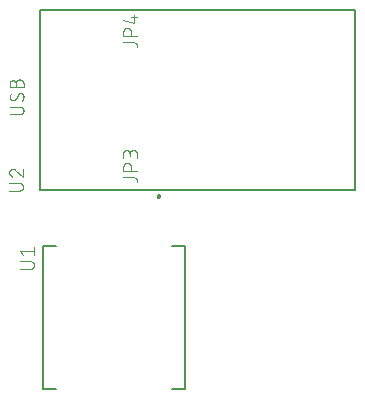
<source format=gbr>
G04 EAGLE Gerber RS-274X export*
G75*
%MOMM*%
%FSLAX34Y34*%
%LPD*%
%INSilkscreen Top*%
%IPPOS*%
%AMOC8*
5,1,8,0,0,1.08239X$1,22.5*%
G01*
%ADD10C,0.101600*%
%ADD11C,0.200000*%
%ADD12C,0.127000*%


D10*
X27808Y280508D02*
X36246Y280508D01*
X36359Y280510D01*
X36472Y280516D01*
X36585Y280526D01*
X36698Y280540D01*
X36810Y280557D01*
X36921Y280579D01*
X37031Y280604D01*
X37141Y280634D01*
X37249Y280667D01*
X37356Y280704D01*
X37462Y280744D01*
X37566Y280789D01*
X37669Y280837D01*
X37770Y280888D01*
X37869Y280943D01*
X37966Y281001D01*
X38061Y281063D01*
X38154Y281128D01*
X38244Y281196D01*
X38332Y281267D01*
X38418Y281342D01*
X38501Y281419D01*
X38581Y281499D01*
X38658Y281582D01*
X38733Y281668D01*
X38804Y281756D01*
X38872Y281846D01*
X38937Y281939D01*
X38999Y282034D01*
X39057Y282131D01*
X39112Y282230D01*
X39163Y282331D01*
X39211Y282434D01*
X39256Y282538D01*
X39296Y282644D01*
X39333Y282751D01*
X39366Y282859D01*
X39396Y282969D01*
X39421Y283079D01*
X39443Y283190D01*
X39460Y283302D01*
X39474Y283415D01*
X39484Y283528D01*
X39490Y283641D01*
X39492Y283754D01*
X39490Y283867D01*
X39484Y283980D01*
X39474Y284093D01*
X39460Y284206D01*
X39443Y284318D01*
X39421Y284429D01*
X39396Y284539D01*
X39366Y284649D01*
X39333Y284757D01*
X39296Y284864D01*
X39256Y284970D01*
X39211Y285074D01*
X39163Y285177D01*
X39112Y285278D01*
X39057Y285377D01*
X38999Y285474D01*
X38937Y285569D01*
X38872Y285662D01*
X38804Y285752D01*
X38733Y285840D01*
X38658Y285926D01*
X38581Y286009D01*
X38501Y286089D01*
X38418Y286166D01*
X38332Y286241D01*
X38244Y286312D01*
X38154Y286380D01*
X38061Y286445D01*
X37966Y286507D01*
X37869Y286565D01*
X37770Y286620D01*
X37669Y286671D01*
X37566Y286719D01*
X37462Y286764D01*
X37356Y286804D01*
X37249Y286841D01*
X37141Y286874D01*
X37031Y286904D01*
X36921Y286929D01*
X36810Y286951D01*
X36698Y286968D01*
X36585Y286982D01*
X36472Y286992D01*
X36359Y286998D01*
X36246Y287000D01*
X36246Y286999D02*
X27808Y286999D01*
X36896Y298429D02*
X36995Y298427D01*
X37095Y298421D01*
X37194Y298412D01*
X37292Y298399D01*
X37390Y298382D01*
X37488Y298361D01*
X37584Y298336D01*
X37679Y298308D01*
X37773Y298276D01*
X37866Y298241D01*
X37958Y298202D01*
X38048Y298159D01*
X38136Y298114D01*
X38223Y298064D01*
X38307Y298012D01*
X38390Y297956D01*
X38470Y297898D01*
X38548Y297836D01*
X38623Y297771D01*
X38696Y297703D01*
X38766Y297633D01*
X38834Y297560D01*
X38899Y297485D01*
X38961Y297407D01*
X39019Y297327D01*
X39075Y297244D01*
X39127Y297160D01*
X39177Y297073D01*
X39222Y296985D01*
X39265Y296895D01*
X39304Y296803D01*
X39339Y296710D01*
X39371Y296616D01*
X39399Y296521D01*
X39424Y296425D01*
X39445Y296327D01*
X39462Y296229D01*
X39475Y296131D01*
X39484Y296032D01*
X39490Y295932D01*
X39492Y295833D01*
X39490Y295689D01*
X39484Y295544D01*
X39475Y295400D01*
X39462Y295257D01*
X39445Y295113D01*
X39424Y294970D01*
X39399Y294828D01*
X39371Y294687D01*
X39339Y294546D01*
X39303Y294406D01*
X39264Y294267D01*
X39221Y294129D01*
X39174Y293993D01*
X39124Y293857D01*
X39070Y293723D01*
X39013Y293591D01*
X38952Y293460D01*
X38888Y293331D01*
X38820Y293203D01*
X38750Y293077D01*
X38675Y292953D01*
X38598Y292832D01*
X38517Y292712D01*
X38434Y292594D01*
X38347Y292479D01*
X38257Y292366D01*
X38164Y292255D01*
X38069Y292147D01*
X37970Y292041D01*
X37869Y291938D01*
X30404Y292263D02*
X30305Y292265D01*
X30205Y292271D01*
X30106Y292280D01*
X30008Y292293D01*
X29910Y292310D01*
X29812Y292331D01*
X29716Y292356D01*
X29621Y292384D01*
X29527Y292416D01*
X29434Y292451D01*
X29342Y292490D01*
X29252Y292533D01*
X29164Y292578D01*
X29077Y292628D01*
X28993Y292680D01*
X28910Y292736D01*
X28830Y292794D01*
X28752Y292856D01*
X28677Y292921D01*
X28604Y292989D01*
X28534Y293059D01*
X28466Y293132D01*
X28401Y293207D01*
X28339Y293285D01*
X28281Y293365D01*
X28225Y293448D01*
X28173Y293532D01*
X28123Y293619D01*
X28078Y293707D01*
X28035Y293797D01*
X27996Y293889D01*
X27961Y293982D01*
X27929Y294076D01*
X27901Y294171D01*
X27876Y294267D01*
X27855Y294365D01*
X27838Y294463D01*
X27825Y294561D01*
X27816Y294660D01*
X27810Y294760D01*
X27808Y294859D01*
X27810Y294995D01*
X27816Y295131D01*
X27825Y295267D01*
X27838Y295403D01*
X27856Y295538D01*
X27876Y295672D01*
X27901Y295806D01*
X27929Y295940D01*
X27962Y296072D01*
X27997Y296203D01*
X28037Y296334D01*
X28080Y296463D01*
X28126Y296591D01*
X28177Y296717D01*
X28230Y296843D01*
X28288Y296966D01*
X28348Y297088D01*
X28412Y297208D01*
X28480Y297327D01*
X28550Y297443D01*
X28624Y297557D01*
X28701Y297670D01*
X28782Y297780D01*
X32676Y293560D02*
X32623Y293474D01*
X32566Y293390D01*
X32507Y293308D01*
X32444Y293228D01*
X32378Y293151D01*
X32310Y293076D01*
X32238Y293004D01*
X32164Y292935D01*
X32087Y292869D01*
X32008Y292806D01*
X31926Y292746D01*
X31842Y292689D01*
X31756Y292635D01*
X31668Y292585D01*
X31578Y292538D01*
X31487Y292494D01*
X31393Y292455D01*
X31299Y292418D01*
X31203Y292386D01*
X31105Y292357D01*
X31007Y292332D01*
X30908Y292311D01*
X30808Y292293D01*
X30708Y292280D01*
X30607Y292270D01*
X30505Y292264D01*
X30404Y292262D01*
X34624Y297131D02*
X34677Y297217D01*
X34734Y297301D01*
X34793Y297383D01*
X34856Y297463D01*
X34922Y297540D01*
X34990Y297615D01*
X35062Y297687D01*
X35136Y297756D01*
X35213Y297822D01*
X35292Y297885D01*
X35374Y297945D01*
X35458Y298002D01*
X35544Y298056D01*
X35632Y298106D01*
X35722Y298153D01*
X35813Y298197D01*
X35907Y298236D01*
X36001Y298273D01*
X36097Y298305D01*
X36195Y298334D01*
X36293Y298359D01*
X36392Y298380D01*
X36492Y298398D01*
X36592Y298411D01*
X36693Y298421D01*
X36795Y298427D01*
X36896Y298429D01*
X34624Y297131D02*
X32676Y293561D01*
X33001Y303537D02*
X33001Y306783D01*
X33000Y306783D02*
X33002Y306896D01*
X33008Y307009D01*
X33018Y307122D01*
X33032Y307235D01*
X33049Y307347D01*
X33071Y307458D01*
X33096Y307568D01*
X33126Y307678D01*
X33159Y307786D01*
X33196Y307893D01*
X33236Y307999D01*
X33281Y308103D01*
X33329Y308206D01*
X33380Y308307D01*
X33435Y308406D01*
X33493Y308503D01*
X33555Y308598D01*
X33620Y308691D01*
X33688Y308781D01*
X33759Y308869D01*
X33834Y308955D01*
X33911Y309038D01*
X33991Y309118D01*
X34074Y309195D01*
X34160Y309270D01*
X34248Y309341D01*
X34338Y309409D01*
X34431Y309474D01*
X34526Y309536D01*
X34623Y309594D01*
X34722Y309649D01*
X34823Y309700D01*
X34926Y309748D01*
X35030Y309793D01*
X35136Y309833D01*
X35243Y309870D01*
X35351Y309903D01*
X35461Y309933D01*
X35571Y309958D01*
X35682Y309980D01*
X35794Y309997D01*
X35907Y310011D01*
X36020Y310021D01*
X36133Y310027D01*
X36246Y310029D01*
X36359Y310027D01*
X36472Y310021D01*
X36585Y310011D01*
X36698Y309997D01*
X36810Y309980D01*
X36921Y309958D01*
X37031Y309933D01*
X37141Y309903D01*
X37249Y309870D01*
X37356Y309833D01*
X37462Y309793D01*
X37566Y309748D01*
X37669Y309700D01*
X37770Y309649D01*
X37869Y309594D01*
X37966Y309536D01*
X38061Y309474D01*
X38154Y309409D01*
X38244Y309341D01*
X38332Y309270D01*
X38418Y309195D01*
X38501Y309118D01*
X38581Y309038D01*
X38658Y308955D01*
X38733Y308869D01*
X38804Y308781D01*
X38872Y308691D01*
X38937Y308598D01*
X38999Y308503D01*
X39057Y308406D01*
X39112Y308307D01*
X39163Y308206D01*
X39211Y308103D01*
X39256Y307999D01*
X39296Y307893D01*
X39333Y307786D01*
X39366Y307678D01*
X39396Y307568D01*
X39421Y307458D01*
X39443Y307347D01*
X39460Y307235D01*
X39474Y307122D01*
X39484Y307009D01*
X39490Y306896D01*
X39492Y306783D01*
X39492Y303537D01*
X27808Y303537D01*
X27808Y306783D01*
X27810Y306884D01*
X27816Y306984D01*
X27826Y307084D01*
X27839Y307184D01*
X27857Y307283D01*
X27878Y307382D01*
X27903Y307479D01*
X27932Y307576D01*
X27965Y307671D01*
X28001Y307765D01*
X28041Y307857D01*
X28084Y307948D01*
X28131Y308037D01*
X28181Y308124D01*
X28235Y308210D01*
X28292Y308293D01*
X28352Y308373D01*
X28415Y308452D01*
X28482Y308528D01*
X28551Y308601D01*
X28623Y308671D01*
X28697Y308739D01*
X28774Y308804D01*
X28854Y308865D01*
X28936Y308924D01*
X29020Y308979D01*
X29106Y309031D01*
X29194Y309080D01*
X29284Y309125D01*
X29376Y309167D01*
X29469Y309205D01*
X29564Y309239D01*
X29659Y309270D01*
X29756Y309297D01*
X29854Y309320D01*
X29953Y309340D01*
X30053Y309355D01*
X30153Y309367D01*
X30253Y309375D01*
X30354Y309379D01*
X30454Y309379D01*
X30555Y309375D01*
X30655Y309367D01*
X30755Y309355D01*
X30855Y309340D01*
X30954Y309320D01*
X31052Y309297D01*
X31149Y309270D01*
X31244Y309239D01*
X31339Y309205D01*
X31432Y309167D01*
X31524Y309125D01*
X31614Y309080D01*
X31702Y309031D01*
X31788Y308979D01*
X31872Y308924D01*
X31954Y308865D01*
X32034Y308804D01*
X32111Y308739D01*
X32185Y308671D01*
X32257Y308601D01*
X32326Y308528D01*
X32393Y308452D01*
X32456Y308373D01*
X32516Y308293D01*
X32573Y308210D01*
X32627Y308124D01*
X32677Y308037D01*
X32724Y307948D01*
X32767Y307857D01*
X32807Y307765D01*
X32843Y307671D01*
X32876Y307576D01*
X32905Y307479D01*
X32930Y307382D01*
X32951Y307283D01*
X32969Y307184D01*
X32982Y307084D01*
X32992Y306984D01*
X32998Y306884D01*
X33000Y306783D01*
D11*
X153100Y211000D02*
X153102Y211063D01*
X153108Y211125D01*
X153118Y211187D01*
X153131Y211249D01*
X153149Y211309D01*
X153170Y211368D01*
X153195Y211426D01*
X153224Y211482D01*
X153256Y211536D01*
X153291Y211588D01*
X153329Y211637D01*
X153371Y211685D01*
X153415Y211729D01*
X153463Y211771D01*
X153512Y211809D01*
X153564Y211844D01*
X153618Y211876D01*
X153674Y211905D01*
X153732Y211930D01*
X153791Y211951D01*
X153851Y211969D01*
X153913Y211982D01*
X153975Y211992D01*
X154037Y211998D01*
X154100Y212000D01*
X154163Y211998D01*
X154225Y211992D01*
X154287Y211982D01*
X154349Y211969D01*
X154409Y211951D01*
X154468Y211930D01*
X154526Y211905D01*
X154582Y211876D01*
X154636Y211844D01*
X154688Y211809D01*
X154737Y211771D01*
X154785Y211729D01*
X154829Y211685D01*
X154871Y211637D01*
X154909Y211588D01*
X154944Y211536D01*
X154976Y211482D01*
X155005Y211426D01*
X155030Y211368D01*
X155051Y211309D01*
X155069Y211249D01*
X155082Y211187D01*
X155092Y211125D01*
X155098Y211063D01*
X155100Y211000D01*
X155098Y210937D01*
X155092Y210875D01*
X155082Y210813D01*
X155069Y210751D01*
X155051Y210691D01*
X155030Y210632D01*
X155005Y210574D01*
X154976Y210518D01*
X154944Y210464D01*
X154909Y210412D01*
X154871Y210363D01*
X154829Y210315D01*
X154785Y210271D01*
X154737Y210229D01*
X154688Y210191D01*
X154636Y210156D01*
X154582Y210124D01*
X154526Y210095D01*
X154468Y210070D01*
X154409Y210049D01*
X154349Y210031D01*
X154287Y210018D01*
X154225Y210008D01*
X154163Y210002D01*
X154100Y210000D01*
X154037Y210002D01*
X153975Y210008D01*
X153913Y210018D01*
X153851Y210031D01*
X153791Y210049D01*
X153732Y210070D01*
X153674Y210095D01*
X153618Y210124D01*
X153564Y210156D01*
X153512Y210191D01*
X153463Y210229D01*
X153415Y210271D01*
X153371Y210315D01*
X153329Y210363D01*
X153291Y210412D01*
X153256Y210464D01*
X153224Y210518D01*
X153195Y210574D01*
X153170Y210632D01*
X153149Y210691D01*
X153131Y210751D01*
X153118Y210813D01*
X153108Y210875D01*
X153102Y210937D01*
X153100Y211000D01*
D12*
X164900Y168800D02*
X176325Y168825D01*
X176325Y48175D01*
X164900Y48200D01*
X67100Y168800D02*
X55675Y168825D01*
X55675Y48175D01*
X67100Y48200D01*
D10*
X44946Y149690D02*
X36508Y149690D01*
X44946Y149689D02*
X45059Y149691D01*
X45172Y149697D01*
X45285Y149707D01*
X45398Y149721D01*
X45510Y149738D01*
X45621Y149760D01*
X45731Y149785D01*
X45841Y149815D01*
X45949Y149848D01*
X46056Y149885D01*
X46162Y149925D01*
X46266Y149970D01*
X46369Y150018D01*
X46470Y150069D01*
X46569Y150124D01*
X46666Y150182D01*
X46761Y150244D01*
X46854Y150309D01*
X46944Y150377D01*
X47032Y150448D01*
X47118Y150523D01*
X47201Y150600D01*
X47281Y150680D01*
X47358Y150763D01*
X47433Y150849D01*
X47504Y150937D01*
X47572Y151027D01*
X47637Y151120D01*
X47699Y151215D01*
X47757Y151312D01*
X47812Y151411D01*
X47863Y151512D01*
X47911Y151615D01*
X47956Y151719D01*
X47996Y151825D01*
X48033Y151932D01*
X48066Y152040D01*
X48096Y152150D01*
X48121Y152260D01*
X48143Y152371D01*
X48160Y152483D01*
X48174Y152596D01*
X48184Y152709D01*
X48190Y152822D01*
X48192Y152935D01*
X48190Y153048D01*
X48184Y153161D01*
X48174Y153274D01*
X48160Y153387D01*
X48143Y153499D01*
X48121Y153610D01*
X48096Y153720D01*
X48066Y153830D01*
X48033Y153938D01*
X47996Y154045D01*
X47956Y154151D01*
X47911Y154255D01*
X47863Y154358D01*
X47812Y154459D01*
X47757Y154558D01*
X47699Y154655D01*
X47637Y154750D01*
X47572Y154843D01*
X47504Y154933D01*
X47433Y155021D01*
X47358Y155107D01*
X47281Y155190D01*
X47201Y155270D01*
X47118Y155347D01*
X47032Y155422D01*
X46944Y155493D01*
X46854Y155561D01*
X46761Y155626D01*
X46666Y155688D01*
X46569Y155746D01*
X46470Y155801D01*
X46369Y155852D01*
X46266Y155900D01*
X46162Y155945D01*
X46056Y155985D01*
X45949Y156022D01*
X45841Y156055D01*
X45731Y156085D01*
X45621Y156110D01*
X45510Y156132D01*
X45398Y156149D01*
X45285Y156163D01*
X45172Y156173D01*
X45059Y156179D01*
X44946Y156181D01*
X36508Y156181D01*
X39104Y161501D02*
X36508Y164746D01*
X48192Y164746D01*
X48192Y161501D02*
X48192Y167992D01*
D12*
X53650Y216300D02*
X320350Y216300D01*
X53650Y216300D02*
X53650Y368700D01*
X320350Y368700D01*
X320350Y216300D01*
D10*
X133096Y227053D02*
X124008Y227053D01*
X133096Y227052D02*
X133195Y227050D01*
X133295Y227044D01*
X133394Y227035D01*
X133492Y227022D01*
X133590Y227005D01*
X133688Y226984D01*
X133784Y226959D01*
X133879Y226931D01*
X133973Y226899D01*
X134066Y226864D01*
X134158Y226825D01*
X134248Y226782D01*
X134336Y226737D01*
X134423Y226687D01*
X134507Y226635D01*
X134590Y226579D01*
X134670Y226521D01*
X134748Y226459D01*
X134823Y226394D01*
X134896Y226326D01*
X134966Y226256D01*
X135034Y226183D01*
X135099Y226108D01*
X135161Y226030D01*
X135219Y225950D01*
X135275Y225867D01*
X135327Y225783D01*
X135377Y225696D01*
X135422Y225608D01*
X135465Y225518D01*
X135504Y225426D01*
X135539Y225333D01*
X135571Y225239D01*
X135599Y225144D01*
X135624Y225048D01*
X135645Y224950D01*
X135662Y224852D01*
X135675Y224754D01*
X135684Y224655D01*
X135690Y224555D01*
X135692Y224456D01*
X135692Y223158D01*
X135692Y232876D02*
X124008Y232876D01*
X124008Y236122D01*
X124010Y236235D01*
X124016Y236348D01*
X124026Y236461D01*
X124040Y236574D01*
X124057Y236686D01*
X124079Y236797D01*
X124104Y236907D01*
X124134Y237017D01*
X124167Y237125D01*
X124204Y237232D01*
X124244Y237338D01*
X124289Y237442D01*
X124337Y237545D01*
X124388Y237646D01*
X124443Y237745D01*
X124501Y237842D01*
X124563Y237937D01*
X124628Y238030D01*
X124696Y238120D01*
X124767Y238208D01*
X124842Y238294D01*
X124919Y238377D01*
X124999Y238457D01*
X125082Y238534D01*
X125168Y238609D01*
X125256Y238680D01*
X125346Y238748D01*
X125439Y238813D01*
X125534Y238875D01*
X125631Y238933D01*
X125730Y238988D01*
X125831Y239039D01*
X125934Y239087D01*
X126038Y239132D01*
X126144Y239172D01*
X126251Y239209D01*
X126359Y239242D01*
X126469Y239272D01*
X126579Y239297D01*
X126690Y239319D01*
X126802Y239336D01*
X126915Y239350D01*
X127028Y239360D01*
X127141Y239366D01*
X127254Y239368D01*
X127367Y239366D01*
X127480Y239360D01*
X127593Y239350D01*
X127706Y239336D01*
X127818Y239319D01*
X127929Y239297D01*
X128039Y239272D01*
X128149Y239242D01*
X128257Y239209D01*
X128364Y239172D01*
X128470Y239132D01*
X128574Y239087D01*
X128677Y239039D01*
X128778Y238988D01*
X128877Y238933D01*
X128974Y238875D01*
X129069Y238813D01*
X129162Y238748D01*
X129252Y238680D01*
X129340Y238609D01*
X129426Y238534D01*
X129509Y238457D01*
X129589Y238377D01*
X129666Y238294D01*
X129741Y238208D01*
X129812Y238120D01*
X129880Y238030D01*
X129945Y237937D01*
X130007Y237842D01*
X130065Y237745D01*
X130120Y237646D01*
X130171Y237545D01*
X130219Y237442D01*
X130264Y237338D01*
X130304Y237232D01*
X130341Y237125D01*
X130374Y237017D01*
X130404Y236907D01*
X130429Y236797D01*
X130451Y236686D01*
X130468Y236574D01*
X130482Y236461D01*
X130492Y236348D01*
X130498Y236235D01*
X130500Y236122D01*
X130499Y236122D02*
X130499Y232876D01*
X135692Y243756D02*
X135692Y247002D01*
X135690Y247115D01*
X135684Y247228D01*
X135674Y247341D01*
X135660Y247454D01*
X135643Y247566D01*
X135621Y247677D01*
X135596Y247787D01*
X135566Y247897D01*
X135533Y248005D01*
X135496Y248112D01*
X135456Y248218D01*
X135411Y248322D01*
X135363Y248425D01*
X135312Y248526D01*
X135257Y248625D01*
X135199Y248722D01*
X135137Y248817D01*
X135072Y248910D01*
X135004Y249000D01*
X134933Y249088D01*
X134858Y249174D01*
X134781Y249257D01*
X134701Y249337D01*
X134618Y249414D01*
X134532Y249489D01*
X134444Y249560D01*
X134354Y249628D01*
X134261Y249693D01*
X134166Y249755D01*
X134069Y249813D01*
X133970Y249868D01*
X133869Y249919D01*
X133766Y249967D01*
X133662Y250012D01*
X133556Y250052D01*
X133449Y250089D01*
X133341Y250122D01*
X133231Y250152D01*
X133121Y250177D01*
X133010Y250199D01*
X132898Y250216D01*
X132785Y250230D01*
X132672Y250240D01*
X132559Y250246D01*
X132446Y250248D01*
X132333Y250246D01*
X132220Y250240D01*
X132107Y250230D01*
X131994Y250216D01*
X131882Y250199D01*
X131771Y250177D01*
X131661Y250152D01*
X131551Y250122D01*
X131443Y250089D01*
X131336Y250052D01*
X131230Y250012D01*
X131126Y249967D01*
X131023Y249919D01*
X130922Y249868D01*
X130823Y249813D01*
X130726Y249755D01*
X130631Y249693D01*
X130538Y249628D01*
X130448Y249560D01*
X130360Y249489D01*
X130274Y249414D01*
X130191Y249337D01*
X130111Y249257D01*
X130034Y249174D01*
X129959Y249088D01*
X129888Y249000D01*
X129820Y248910D01*
X129755Y248817D01*
X129693Y248722D01*
X129635Y248625D01*
X129580Y248526D01*
X129529Y248425D01*
X129481Y248322D01*
X129436Y248218D01*
X129396Y248112D01*
X129359Y248005D01*
X129326Y247897D01*
X129296Y247787D01*
X129271Y247677D01*
X129249Y247566D01*
X129232Y247454D01*
X129218Y247341D01*
X129208Y247228D01*
X129202Y247115D01*
X129200Y247002D01*
X124008Y247651D02*
X124008Y243756D01*
X124008Y247651D02*
X124010Y247752D01*
X124016Y247852D01*
X124026Y247952D01*
X124039Y248052D01*
X124057Y248151D01*
X124078Y248250D01*
X124103Y248347D01*
X124132Y248444D01*
X124165Y248539D01*
X124201Y248633D01*
X124241Y248725D01*
X124284Y248816D01*
X124331Y248905D01*
X124381Y248992D01*
X124435Y249078D01*
X124492Y249161D01*
X124552Y249241D01*
X124615Y249320D01*
X124682Y249396D01*
X124751Y249469D01*
X124823Y249539D01*
X124897Y249607D01*
X124974Y249672D01*
X125054Y249733D01*
X125136Y249792D01*
X125220Y249847D01*
X125306Y249899D01*
X125394Y249948D01*
X125484Y249993D01*
X125576Y250035D01*
X125669Y250073D01*
X125764Y250107D01*
X125859Y250138D01*
X125956Y250165D01*
X126054Y250188D01*
X126153Y250208D01*
X126253Y250223D01*
X126353Y250235D01*
X126453Y250243D01*
X126554Y250247D01*
X126654Y250247D01*
X126755Y250243D01*
X126855Y250235D01*
X126955Y250223D01*
X127055Y250208D01*
X127154Y250188D01*
X127252Y250165D01*
X127349Y250138D01*
X127444Y250107D01*
X127539Y250073D01*
X127632Y250035D01*
X127724Y249993D01*
X127814Y249948D01*
X127902Y249899D01*
X127988Y249847D01*
X128072Y249792D01*
X128154Y249733D01*
X128234Y249672D01*
X128311Y249607D01*
X128385Y249539D01*
X128457Y249469D01*
X128526Y249396D01*
X128593Y249320D01*
X128656Y249241D01*
X128716Y249161D01*
X128773Y249078D01*
X128827Y248992D01*
X128877Y248905D01*
X128924Y248816D01*
X128967Y248725D01*
X129007Y248633D01*
X129043Y248539D01*
X129076Y248444D01*
X129105Y248347D01*
X129130Y248250D01*
X129151Y248151D01*
X129169Y248052D01*
X129182Y247952D01*
X129192Y247852D01*
X129198Y247752D01*
X129200Y247651D01*
X129201Y247651D02*
X129201Y245054D01*
X133096Y341353D02*
X124008Y341353D01*
X133096Y341352D02*
X133195Y341350D01*
X133295Y341344D01*
X133394Y341335D01*
X133492Y341322D01*
X133590Y341305D01*
X133688Y341284D01*
X133784Y341259D01*
X133879Y341231D01*
X133973Y341199D01*
X134066Y341164D01*
X134158Y341125D01*
X134248Y341082D01*
X134336Y341037D01*
X134423Y340987D01*
X134507Y340935D01*
X134590Y340879D01*
X134670Y340821D01*
X134748Y340759D01*
X134823Y340694D01*
X134896Y340626D01*
X134966Y340556D01*
X135034Y340483D01*
X135099Y340408D01*
X135161Y340330D01*
X135219Y340250D01*
X135275Y340167D01*
X135327Y340083D01*
X135377Y339996D01*
X135422Y339908D01*
X135465Y339818D01*
X135504Y339726D01*
X135539Y339633D01*
X135571Y339539D01*
X135599Y339444D01*
X135624Y339348D01*
X135645Y339250D01*
X135662Y339152D01*
X135675Y339054D01*
X135684Y338955D01*
X135690Y338855D01*
X135692Y338756D01*
X135692Y337458D01*
X135692Y347176D02*
X124008Y347176D01*
X124008Y350422D01*
X124010Y350535D01*
X124016Y350648D01*
X124026Y350761D01*
X124040Y350874D01*
X124057Y350986D01*
X124079Y351097D01*
X124104Y351207D01*
X124134Y351317D01*
X124167Y351425D01*
X124204Y351532D01*
X124244Y351638D01*
X124289Y351742D01*
X124337Y351845D01*
X124388Y351946D01*
X124443Y352045D01*
X124501Y352142D01*
X124563Y352237D01*
X124628Y352330D01*
X124696Y352420D01*
X124767Y352508D01*
X124842Y352594D01*
X124919Y352677D01*
X124999Y352757D01*
X125082Y352834D01*
X125168Y352909D01*
X125256Y352980D01*
X125346Y353048D01*
X125439Y353113D01*
X125534Y353175D01*
X125631Y353233D01*
X125730Y353288D01*
X125831Y353339D01*
X125934Y353387D01*
X126038Y353432D01*
X126144Y353472D01*
X126251Y353509D01*
X126359Y353542D01*
X126469Y353572D01*
X126579Y353597D01*
X126690Y353619D01*
X126802Y353636D01*
X126915Y353650D01*
X127028Y353660D01*
X127141Y353666D01*
X127254Y353668D01*
X127367Y353666D01*
X127480Y353660D01*
X127593Y353650D01*
X127706Y353636D01*
X127818Y353619D01*
X127929Y353597D01*
X128039Y353572D01*
X128149Y353542D01*
X128257Y353509D01*
X128364Y353472D01*
X128470Y353432D01*
X128574Y353387D01*
X128677Y353339D01*
X128778Y353288D01*
X128877Y353233D01*
X128974Y353175D01*
X129069Y353113D01*
X129162Y353048D01*
X129252Y352980D01*
X129340Y352909D01*
X129426Y352834D01*
X129509Y352757D01*
X129589Y352677D01*
X129666Y352594D01*
X129741Y352508D01*
X129812Y352420D01*
X129880Y352330D01*
X129945Y352237D01*
X130007Y352142D01*
X130065Y352045D01*
X130120Y351946D01*
X130171Y351845D01*
X130219Y351742D01*
X130264Y351638D01*
X130304Y351532D01*
X130341Y351425D01*
X130374Y351317D01*
X130404Y351207D01*
X130429Y351097D01*
X130451Y350986D01*
X130468Y350874D01*
X130482Y350761D01*
X130492Y350648D01*
X130498Y350535D01*
X130500Y350422D01*
X130499Y350422D02*
X130499Y347176D01*
X133096Y358056D02*
X124008Y360652D01*
X133096Y358056D02*
X133096Y364547D01*
X130499Y362600D02*
X135692Y362600D01*
X35846Y216008D02*
X27408Y216008D01*
X35846Y216008D02*
X35959Y216010D01*
X36072Y216016D01*
X36185Y216026D01*
X36298Y216040D01*
X36410Y216057D01*
X36521Y216079D01*
X36631Y216104D01*
X36741Y216134D01*
X36849Y216167D01*
X36956Y216204D01*
X37062Y216244D01*
X37166Y216289D01*
X37269Y216337D01*
X37370Y216388D01*
X37469Y216443D01*
X37566Y216501D01*
X37661Y216563D01*
X37754Y216628D01*
X37844Y216696D01*
X37932Y216767D01*
X38018Y216842D01*
X38101Y216919D01*
X38181Y216999D01*
X38258Y217082D01*
X38333Y217168D01*
X38404Y217256D01*
X38472Y217346D01*
X38537Y217439D01*
X38599Y217534D01*
X38657Y217631D01*
X38712Y217730D01*
X38763Y217831D01*
X38811Y217934D01*
X38856Y218038D01*
X38896Y218144D01*
X38933Y218251D01*
X38966Y218359D01*
X38996Y218469D01*
X39021Y218579D01*
X39043Y218690D01*
X39060Y218802D01*
X39074Y218915D01*
X39084Y219028D01*
X39090Y219141D01*
X39092Y219254D01*
X39090Y219367D01*
X39084Y219480D01*
X39074Y219593D01*
X39060Y219706D01*
X39043Y219818D01*
X39021Y219929D01*
X38996Y220039D01*
X38966Y220149D01*
X38933Y220257D01*
X38896Y220364D01*
X38856Y220470D01*
X38811Y220574D01*
X38763Y220677D01*
X38712Y220778D01*
X38657Y220877D01*
X38599Y220974D01*
X38537Y221069D01*
X38472Y221162D01*
X38404Y221252D01*
X38333Y221340D01*
X38258Y221426D01*
X38181Y221509D01*
X38101Y221589D01*
X38018Y221666D01*
X37932Y221741D01*
X37844Y221812D01*
X37754Y221880D01*
X37661Y221945D01*
X37566Y222007D01*
X37469Y222065D01*
X37370Y222120D01*
X37269Y222171D01*
X37166Y222219D01*
X37062Y222264D01*
X36956Y222304D01*
X36849Y222341D01*
X36741Y222374D01*
X36631Y222404D01*
X36521Y222429D01*
X36410Y222451D01*
X36298Y222468D01*
X36185Y222482D01*
X36072Y222492D01*
X35959Y222498D01*
X35846Y222500D01*
X35846Y222499D02*
X27408Y222499D01*
X27408Y231389D02*
X27410Y231496D01*
X27416Y231602D01*
X27426Y231708D01*
X27439Y231814D01*
X27457Y231920D01*
X27478Y232024D01*
X27503Y232128D01*
X27532Y232231D01*
X27564Y232332D01*
X27601Y232432D01*
X27641Y232531D01*
X27684Y232629D01*
X27731Y232725D01*
X27782Y232819D01*
X27836Y232911D01*
X27893Y233001D01*
X27953Y233089D01*
X28017Y233174D01*
X28084Y233257D01*
X28154Y233338D01*
X28226Y233416D01*
X28302Y233492D01*
X28380Y233564D01*
X28461Y233634D01*
X28544Y233701D01*
X28629Y233765D01*
X28717Y233825D01*
X28807Y233882D01*
X28899Y233936D01*
X28993Y233987D01*
X29089Y234034D01*
X29187Y234077D01*
X29286Y234117D01*
X29386Y234154D01*
X29487Y234186D01*
X29590Y234215D01*
X29694Y234240D01*
X29798Y234261D01*
X29904Y234279D01*
X30010Y234292D01*
X30116Y234302D01*
X30222Y234308D01*
X30329Y234310D01*
X27408Y231389D02*
X27410Y231268D01*
X27416Y231147D01*
X27426Y231027D01*
X27439Y230906D01*
X27457Y230787D01*
X27478Y230667D01*
X27503Y230549D01*
X27532Y230432D01*
X27565Y230315D01*
X27601Y230200D01*
X27642Y230086D01*
X27685Y229973D01*
X27733Y229861D01*
X27784Y229752D01*
X27839Y229644D01*
X27897Y229537D01*
X27958Y229433D01*
X28023Y229331D01*
X28091Y229231D01*
X28162Y229133D01*
X28236Y229037D01*
X28313Y228944D01*
X28394Y228854D01*
X28477Y228766D01*
X28563Y228681D01*
X28652Y228598D01*
X28743Y228519D01*
X28837Y228442D01*
X28933Y228369D01*
X29031Y228299D01*
X29132Y228232D01*
X29235Y228168D01*
X29340Y228108D01*
X29447Y228050D01*
X29555Y227997D01*
X29665Y227947D01*
X29777Y227901D01*
X29890Y227858D01*
X30005Y227819D01*
X32601Y233336D02*
X32523Y233415D01*
X32443Y233491D01*
X32360Y233564D01*
X32274Y233634D01*
X32187Y233701D01*
X32096Y233765D01*
X32004Y233825D01*
X31910Y233883D01*
X31813Y233937D01*
X31715Y233987D01*
X31615Y234034D01*
X31514Y234078D01*
X31411Y234118D01*
X31306Y234154D01*
X31201Y234186D01*
X31094Y234215D01*
X30987Y234240D01*
X30878Y234262D01*
X30769Y234279D01*
X30660Y234293D01*
X30550Y234302D01*
X30439Y234308D01*
X30329Y234310D01*
X32601Y233336D02*
X39092Y227819D01*
X39092Y234310D01*
M02*

</source>
